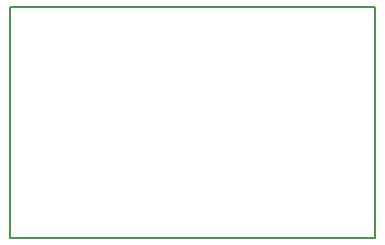
<source format=gm1>
G04 MADE WITH FRITZING*
G04 WWW.FRITZING.ORG*
G04 DOUBLE SIDED*
G04 HOLES PLATED*
G04 CONTOUR ON CENTER OF CONTOUR VECTOR*
%ASAXBY*%
%FSLAX23Y23*%
%MOIN*%
%OFA0B0*%
%SFA1.0B1.0*%
%ADD10R,1.222560X0.777492*%
%ADD11C,0.008000*%
%ADD10C,0.008*%
%LNCONTOUR*%
G90*
G70*
G54D10*
G54D11*
X4Y773D02*
X1219Y773D01*
X1219Y4D01*
X4Y4D01*
X4Y773D01*
D02*
G04 End of contour*
M02*
</source>
